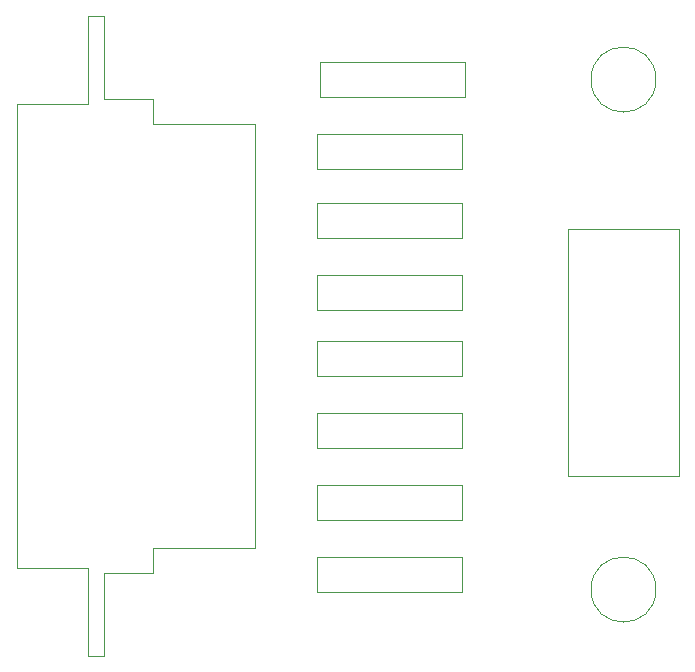
<source format=gbr>
%TF.GenerationSoftware,KiCad,Pcbnew,5.1.4-3.fc30*%
%TF.CreationDate,2019-10-13T13:52:24+02:00*%
%TF.ProjectId,bsd_programmer,6273645f-7072-46f6-9772-616d6d65722e,1.0*%
%TF.SameCoordinates,PX7eea3c0PY70276d0*%
%TF.FileFunction,Other,User*%
%FSLAX46Y46*%
G04 Gerber Fmt 4.6, Leading zero omitted, Abs format (unit mm)*
G04 Created by KiCad (PCBNEW 5.1.4-3.fc30) date 2019-10-13 13:52:24*
%MOMM*%
%LPD*%
G04 APERTURE LIST*
%ADD10C,0.050000*%
G04 APERTURE END LIST*
D10*
%TO.C,H1*%
X47470000Y5842000D02*
G75*
G03X47470000Y5842000I-2750000J0D01*
G01*
X47470000Y49022000D02*
G75*
G03X47470000Y49022000I-2750000J0D01*
G01*
%TO.C,J1*%
X-6642000Y46992000D02*
X-642000Y46992000D01*
X-642000Y46992000D02*
X-642000Y54392000D01*
X-642000Y54392000D02*
X758000Y54392000D01*
X758000Y54392000D02*
X758000Y47392000D01*
X758000Y47392000D02*
X4858000Y47392000D01*
X4858000Y47392000D02*
X4858000Y45242000D01*
X4858000Y45242000D02*
X13558000Y45242000D01*
X13558000Y45242000D02*
X13558000Y9392000D01*
X13558000Y9392000D02*
X4858000Y9392000D01*
X4858000Y9392000D02*
X4858000Y7242000D01*
X4858000Y7242000D02*
X758000Y7242000D01*
X758000Y7242000D02*
X758000Y242000D01*
X758000Y242000D02*
X-642000Y242000D01*
X-642000Y242000D02*
X-642000Y7642000D01*
X-642000Y7642000D02*
X-6642000Y7642000D01*
X-6642000Y7642000D02*
X-6642000Y46992000D01*
%TO.C,J2*%
X49400000Y36338000D02*
X49400000Y15478000D01*
X49400000Y15478000D02*
X40040000Y15478000D01*
X40040000Y15478000D02*
X40040000Y36338000D01*
X40040000Y36338000D02*
X49400000Y36338000D01*
%TO.C,R1*%
X31292000Y47522000D02*
X31292000Y50522000D01*
X31292000Y50522000D02*
X19032000Y50522000D01*
X19032000Y50522000D02*
X19032000Y47522000D01*
X19032000Y47522000D02*
X31292000Y47522000D01*
%TO.C,R2*%
X18778000Y41426000D02*
X31038000Y41426000D01*
X18778000Y44426000D02*
X18778000Y41426000D01*
X31038000Y44426000D02*
X18778000Y44426000D01*
X31038000Y41426000D02*
X31038000Y44426000D01*
%TO.C,R3*%
X31038000Y35584000D02*
X31038000Y38584000D01*
X31038000Y38584000D02*
X18778000Y38584000D01*
X18778000Y38584000D02*
X18778000Y35584000D01*
X18778000Y35584000D02*
X31038000Y35584000D01*
%TO.C,R4*%
X18778000Y29488000D02*
X31038000Y29488000D01*
X18778000Y32488000D02*
X18778000Y29488000D01*
X31038000Y32488000D02*
X18778000Y32488000D01*
X31038000Y29488000D02*
X31038000Y32488000D01*
%TO.C,R5*%
X31038000Y5612000D02*
X31038000Y8612000D01*
X31038000Y8612000D02*
X18778000Y8612000D01*
X18778000Y8612000D02*
X18778000Y5612000D01*
X18778000Y5612000D02*
X31038000Y5612000D01*
%TO.C,R6*%
X18778000Y11708000D02*
X31038000Y11708000D01*
X18778000Y14708000D02*
X18778000Y11708000D01*
X31038000Y14708000D02*
X18778000Y14708000D01*
X31038000Y11708000D02*
X31038000Y14708000D01*
%TO.C,R7*%
X31038000Y17804000D02*
X31038000Y20804000D01*
X31038000Y20804000D02*
X18778000Y20804000D01*
X18778000Y20804000D02*
X18778000Y17804000D01*
X18778000Y17804000D02*
X31038000Y17804000D01*
%TO.C,R8*%
X18778000Y23900000D02*
X31038000Y23900000D01*
X18778000Y26900000D02*
X18778000Y23900000D01*
X31038000Y26900000D02*
X18778000Y26900000D01*
X31038000Y23900000D02*
X31038000Y26900000D01*
%TD*%
M02*

</source>
